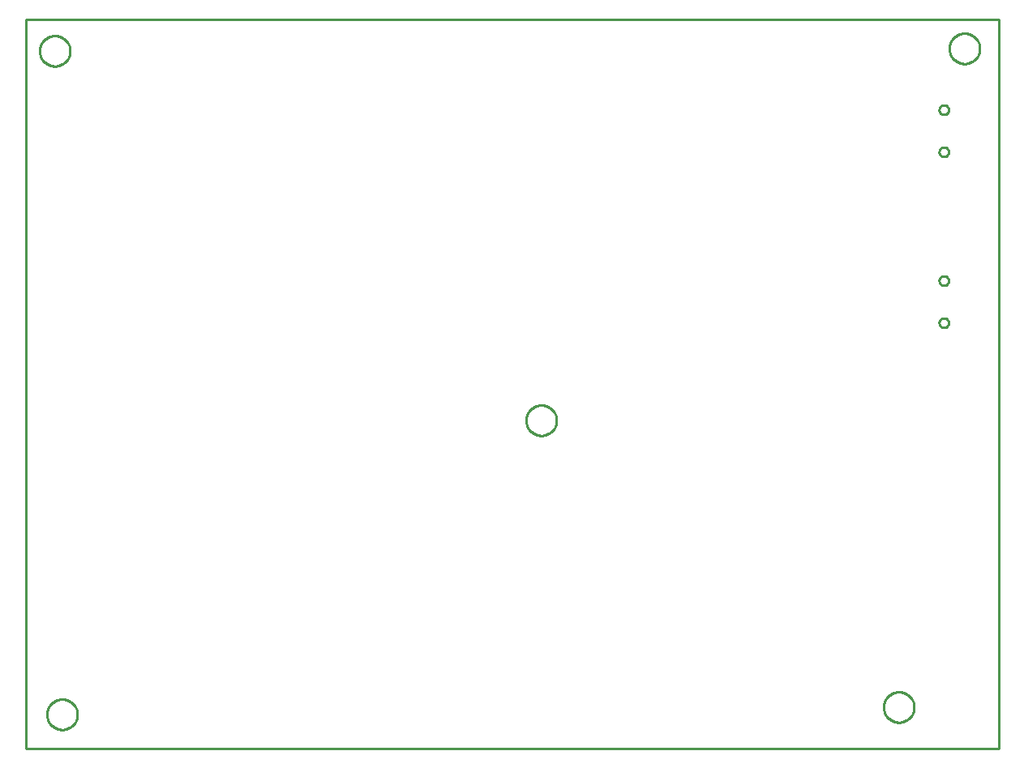
<source format=gbr>
G04 EAGLE Gerber RS-274X export*
G75*
%MOMM*%
%FSLAX34Y34*%
%LPD*%
%IN*%
%IPPOS*%
%AMOC8*
5,1,8,0,0,1.08239X$1,22.5*%
G01*
%ADD10C,0.254000*%


D10*
X0Y0D02*
X1016000Y0D01*
X1016000Y762000D01*
X0Y762000D01*
X0Y0D01*
X46355Y728460D02*
X46287Y727423D01*
X46151Y726393D01*
X45949Y725373D01*
X45680Y724369D01*
X45345Y723385D01*
X44948Y722425D01*
X44488Y721493D01*
X43968Y720592D01*
X43391Y719728D01*
X42758Y718904D01*
X42073Y718122D01*
X41338Y717387D01*
X40556Y716702D01*
X39732Y716069D01*
X38868Y715492D01*
X37967Y714972D01*
X37035Y714512D01*
X36075Y714115D01*
X35091Y713780D01*
X34087Y713511D01*
X33067Y713309D01*
X32037Y713173D01*
X31000Y713105D01*
X29960Y713105D01*
X28923Y713173D01*
X27893Y713309D01*
X26873Y713511D01*
X25869Y713780D01*
X24885Y714115D01*
X23925Y714512D01*
X22993Y714972D01*
X22092Y715492D01*
X21228Y716069D01*
X20404Y716702D01*
X19622Y717387D01*
X18887Y718122D01*
X18202Y718904D01*
X17569Y719728D01*
X16992Y720592D01*
X16472Y721493D01*
X16012Y722425D01*
X15615Y723385D01*
X15280Y724369D01*
X15011Y725373D01*
X14809Y726393D01*
X14673Y727423D01*
X14605Y728460D01*
X14605Y729500D01*
X14673Y730537D01*
X14809Y731567D01*
X15011Y732587D01*
X15280Y733591D01*
X15615Y734575D01*
X16012Y735535D01*
X16472Y736467D01*
X16992Y737368D01*
X17569Y738232D01*
X18202Y739056D01*
X18887Y739838D01*
X19622Y740573D01*
X20404Y741258D01*
X21228Y741891D01*
X22092Y742468D01*
X22993Y742988D01*
X23925Y743448D01*
X24885Y743845D01*
X25869Y744180D01*
X26873Y744449D01*
X27893Y744651D01*
X28923Y744787D01*
X29960Y744855D01*
X31000Y744855D01*
X32037Y744787D01*
X33067Y744651D01*
X34087Y744449D01*
X35091Y744180D01*
X36075Y743845D01*
X37035Y743448D01*
X37967Y742988D01*
X38868Y742468D01*
X39732Y741891D01*
X40556Y741258D01*
X41338Y740573D01*
X42073Y739838D01*
X42758Y739056D01*
X43391Y738232D01*
X43968Y737368D01*
X44488Y736467D01*
X44948Y735535D01*
X45345Y734575D01*
X45680Y733591D01*
X45949Y732587D01*
X46151Y731567D01*
X46287Y730537D01*
X46355Y729500D01*
X46355Y728460D01*
X53975Y35040D02*
X53907Y34003D01*
X53771Y32973D01*
X53569Y31953D01*
X53300Y30949D01*
X52965Y29965D01*
X52568Y29005D01*
X52108Y28073D01*
X51588Y27172D01*
X51011Y26308D01*
X50378Y25484D01*
X49693Y24702D01*
X48958Y23967D01*
X48176Y23282D01*
X47352Y22649D01*
X46488Y22072D01*
X45587Y21552D01*
X44655Y21092D01*
X43695Y20695D01*
X42711Y20360D01*
X41707Y20091D01*
X40687Y19889D01*
X39657Y19753D01*
X38620Y19685D01*
X37580Y19685D01*
X36543Y19753D01*
X35513Y19889D01*
X34493Y20091D01*
X33489Y20360D01*
X32505Y20695D01*
X31545Y21092D01*
X30613Y21552D01*
X29712Y22072D01*
X28848Y22649D01*
X28024Y23282D01*
X27242Y23967D01*
X26507Y24702D01*
X25822Y25484D01*
X25189Y26308D01*
X24612Y27172D01*
X24092Y28073D01*
X23632Y29005D01*
X23235Y29965D01*
X22900Y30949D01*
X22631Y31953D01*
X22429Y32973D01*
X22293Y34003D01*
X22225Y35040D01*
X22225Y36080D01*
X22293Y37117D01*
X22429Y38147D01*
X22631Y39167D01*
X22900Y40171D01*
X23235Y41155D01*
X23632Y42115D01*
X24092Y43047D01*
X24612Y43948D01*
X25189Y44812D01*
X25822Y45636D01*
X26507Y46418D01*
X27242Y47153D01*
X28024Y47838D01*
X28848Y48471D01*
X29712Y49048D01*
X30613Y49568D01*
X31545Y50028D01*
X32505Y50425D01*
X33489Y50760D01*
X34493Y51029D01*
X35513Y51231D01*
X36543Y51367D01*
X37580Y51435D01*
X38620Y51435D01*
X39657Y51367D01*
X40687Y51231D01*
X41707Y51029D01*
X42711Y50760D01*
X43695Y50425D01*
X44655Y50028D01*
X45587Y49568D01*
X46488Y49048D01*
X47352Y48471D01*
X48176Y47838D01*
X48958Y47153D01*
X49693Y46418D01*
X50378Y45636D01*
X51011Y44812D01*
X51588Y43948D01*
X52108Y43047D01*
X52568Y42115D01*
X52965Y41155D01*
X53300Y40171D01*
X53569Y39167D01*
X53771Y38147D01*
X53907Y37117D01*
X53975Y36080D01*
X53975Y35040D01*
X927735Y42660D02*
X927667Y41623D01*
X927531Y40593D01*
X927329Y39573D01*
X927060Y38569D01*
X926725Y37585D01*
X926328Y36625D01*
X925868Y35693D01*
X925348Y34792D01*
X924771Y33928D01*
X924138Y33104D01*
X923453Y32322D01*
X922718Y31587D01*
X921936Y30902D01*
X921112Y30269D01*
X920248Y29692D01*
X919347Y29172D01*
X918415Y28712D01*
X917455Y28315D01*
X916471Y27980D01*
X915467Y27711D01*
X914447Y27509D01*
X913417Y27373D01*
X912380Y27305D01*
X911340Y27305D01*
X910303Y27373D01*
X909273Y27509D01*
X908253Y27711D01*
X907249Y27980D01*
X906265Y28315D01*
X905305Y28712D01*
X904373Y29172D01*
X903472Y29692D01*
X902608Y30269D01*
X901784Y30902D01*
X901002Y31587D01*
X900267Y32322D01*
X899582Y33104D01*
X898949Y33928D01*
X898372Y34792D01*
X897852Y35693D01*
X897392Y36625D01*
X896995Y37585D01*
X896660Y38569D01*
X896391Y39573D01*
X896189Y40593D01*
X896053Y41623D01*
X895985Y42660D01*
X895985Y43700D01*
X896053Y44737D01*
X896189Y45767D01*
X896391Y46787D01*
X896660Y47791D01*
X896995Y48775D01*
X897392Y49735D01*
X897852Y50667D01*
X898372Y51568D01*
X898949Y52432D01*
X899582Y53256D01*
X900267Y54038D01*
X901002Y54773D01*
X901784Y55458D01*
X902608Y56091D01*
X903472Y56668D01*
X904373Y57188D01*
X905305Y57648D01*
X906265Y58045D01*
X907249Y58380D01*
X908253Y58649D01*
X909273Y58851D01*
X910303Y58987D01*
X911340Y59055D01*
X912380Y59055D01*
X913417Y58987D01*
X914447Y58851D01*
X915467Y58649D01*
X916471Y58380D01*
X917455Y58045D01*
X918415Y57648D01*
X919347Y57188D01*
X920248Y56668D01*
X921112Y56091D01*
X921936Y55458D01*
X922718Y54773D01*
X923453Y54038D01*
X924138Y53256D01*
X924771Y52432D01*
X925348Y51568D01*
X925868Y50667D01*
X926328Y49735D01*
X926725Y48775D01*
X927060Y47791D01*
X927329Y46787D01*
X927531Y45767D01*
X927667Y44737D01*
X927735Y43700D01*
X927735Y42660D01*
X996315Y731000D02*
X996247Y729963D01*
X996111Y728933D01*
X995909Y727913D01*
X995640Y726909D01*
X995305Y725925D01*
X994908Y724965D01*
X994448Y724033D01*
X993928Y723132D01*
X993351Y722268D01*
X992718Y721444D01*
X992033Y720662D01*
X991298Y719927D01*
X990516Y719242D01*
X989692Y718609D01*
X988828Y718032D01*
X987927Y717512D01*
X986995Y717052D01*
X986035Y716655D01*
X985051Y716320D01*
X984047Y716051D01*
X983027Y715849D01*
X981997Y715713D01*
X980960Y715645D01*
X979920Y715645D01*
X978883Y715713D01*
X977853Y715849D01*
X976833Y716051D01*
X975829Y716320D01*
X974845Y716655D01*
X973885Y717052D01*
X972953Y717512D01*
X972052Y718032D01*
X971188Y718609D01*
X970364Y719242D01*
X969582Y719927D01*
X968847Y720662D01*
X968162Y721444D01*
X967529Y722268D01*
X966952Y723132D01*
X966432Y724033D01*
X965972Y724965D01*
X965575Y725925D01*
X965240Y726909D01*
X964971Y727913D01*
X964769Y728933D01*
X964633Y729963D01*
X964565Y731000D01*
X964565Y732040D01*
X964633Y733077D01*
X964769Y734107D01*
X964971Y735127D01*
X965240Y736131D01*
X965575Y737115D01*
X965972Y738075D01*
X966432Y739007D01*
X966952Y739908D01*
X967529Y740772D01*
X968162Y741596D01*
X968847Y742378D01*
X969582Y743113D01*
X970364Y743798D01*
X971188Y744431D01*
X972052Y745008D01*
X972953Y745528D01*
X973885Y745988D01*
X974845Y746385D01*
X975829Y746720D01*
X976833Y746989D01*
X977853Y747191D01*
X978883Y747327D01*
X979920Y747395D01*
X980960Y747395D01*
X981997Y747327D01*
X983027Y747191D01*
X984047Y746989D01*
X985051Y746720D01*
X986035Y746385D01*
X986995Y745988D01*
X987927Y745528D01*
X988828Y745008D01*
X989692Y744431D01*
X990516Y743798D01*
X991298Y743113D01*
X992033Y742378D01*
X992718Y741596D01*
X993351Y740772D01*
X993928Y739908D01*
X994448Y739007D01*
X994908Y738075D01*
X995305Y737115D01*
X995640Y736131D01*
X995909Y735127D01*
X996111Y734107D01*
X996247Y733077D01*
X996315Y732040D01*
X996315Y731000D01*
X554355Y342380D02*
X554287Y341343D01*
X554151Y340313D01*
X553949Y339293D01*
X553680Y338289D01*
X553345Y337305D01*
X552948Y336345D01*
X552488Y335413D01*
X551968Y334512D01*
X551391Y333648D01*
X550758Y332824D01*
X550073Y332042D01*
X549338Y331307D01*
X548556Y330622D01*
X547732Y329989D01*
X546868Y329412D01*
X545967Y328892D01*
X545035Y328432D01*
X544075Y328035D01*
X543091Y327700D01*
X542087Y327431D01*
X541067Y327229D01*
X540037Y327093D01*
X539000Y327025D01*
X537960Y327025D01*
X536923Y327093D01*
X535893Y327229D01*
X534873Y327431D01*
X533869Y327700D01*
X532885Y328035D01*
X531925Y328432D01*
X530993Y328892D01*
X530092Y329412D01*
X529228Y329989D01*
X528404Y330622D01*
X527622Y331307D01*
X526887Y332042D01*
X526202Y332824D01*
X525569Y333648D01*
X524992Y334512D01*
X524472Y335413D01*
X524012Y336345D01*
X523615Y337305D01*
X523280Y338289D01*
X523011Y339293D01*
X522809Y340313D01*
X522673Y341343D01*
X522605Y342380D01*
X522605Y343420D01*
X522673Y344457D01*
X522809Y345487D01*
X523011Y346507D01*
X523280Y347511D01*
X523615Y348495D01*
X524012Y349455D01*
X524472Y350387D01*
X524992Y351288D01*
X525569Y352152D01*
X526202Y352976D01*
X526887Y353758D01*
X527622Y354493D01*
X528404Y355178D01*
X529228Y355811D01*
X530092Y356388D01*
X530993Y356908D01*
X531925Y357368D01*
X532885Y357765D01*
X533869Y358100D01*
X534873Y358369D01*
X535893Y358571D01*
X536923Y358707D01*
X537960Y358775D01*
X539000Y358775D01*
X540037Y358707D01*
X541067Y358571D01*
X542087Y358369D01*
X543091Y358100D01*
X544075Y357765D01*
X545035Y357368D01*
X545967Y356908D01*
X546868Y356388D01*
X547732Y355811D01*
X548556Y355178D01*
X549338Y354493D01*
X550073Y353758D01*
X550758Y352976D01*
X551391Y352152D01*
X551968Y351288D01*
X552488Y350387D01*
X552948Y349455D01*
X553345Y348495D01*
X553680Y347511D01*
X553949Y346507D01*
X554151Y345487D01*
X554287Y344457D01*
X554355Y343420D01*
X554355Y342380D01*
X959281Y449900D02*
X959839Y449837D01*
X960386Y449712D01*
X960916Y449527D01*
X961422Y449283D01*
X961898Y448984D01*
X962337Y448634D01*
X962734Y448237D01*
X963084Y447798D01*
X963383Y447322D01*
X963627Y446816D01*
X963812Y446286D01*
X963937Y445739D01*
X964000Y445181D01*
X964000Y444619D01*
X963937Y444061D01*
X963812Y443514D01*
X963627Y442984D01*
X963383Y442478D01*
X963084Y442002D01*
X962734Y441563D01*
X962337Y441166D01*
X961898Y440816D01*
X961422Y440517D01*
X960916Y440273D01*
X960386Y440088D01*
X959839Y439963D01*
X959281Y439900D01*
X958719Y439900D01*
X958161Y439963D01*
X957614Y440088D01*
X957084Y440273D01*
X956578Y440517D01*
X956102Y440816D01*
X955663Y441166D01*
X955266Y441563D01*
X954916Y442002D01*
X954617Y442478D01*
X954373Y442984D01*
X954188Y443514D01*
X954063Y444061D01*
X954000Y444619D01*
X954000Y445181D01*
X954063Y445739D01*
X954188Y446286D01*
X954373Y446816D01*
X954617Y447322D01*
X954916Y447798D01*
X955266Y448237D01*
X955663Y448634D01*
X956102Y448984D01*
X956578Y449283D01*
X957084Y449527D01*
X957614Y449712D01*
X958161Y449837D01*
X958719Y449900D01*
X959281Y449900D01*
X959281Y493900D02*
X959839Y493837D01*
X960386Y493712D01*
X960916Y493527D01*
X961422Y493283D01*
X961898Y492984D01*
X962337Y492634D01*
X962734Y492237D01*
X963084Y491798D01*
X963383Y491322D01*
X963627Y490816D01*
X963812Y490286D01*
X963937Y489739D01*
X964000Y489181D01*
X964000Y488619D01*
X963937Y488061D01*
X963812Y487514D01*
X963627Y486984D01*
X963383Y486478D01*
X963084Y486002D01*
X962734Y485563D01*
X962337Y485166D01*
X961898Y484816D01*
X961422Y484517D01*
X960916Y484273D01*
X960386Y484088D01*
X959839Y483963D01*
X959281Y483900D01*
X958719Y483900D01*
X958161Y483963D01*
X957614Y484088D01*
X957084Y484273D01*
X956578Y484517D01*
X956102Y484816D01*
X955663Y485166D01*
X955266Y485563D01*
X954916Y486002D01*
X954617Y486478D01*
X954373Y486984D01*
X954188Y487514D01*
X954063Y488061D01*
X954000Y488619D01*
X954000Y489181D01*
X954063Y489739D01*
X954188Y490286D01*
X954373Y490816D01*
X954617Y491322D01*
X954916Y491798D01*
X955266Y492237D01*
X955663Y492634D01*
X956102Y492984D01*
X956578Y493283D01*
X957084Y493527D01*
X957614Y493712D01*
X958161Y493837D01*
X958719Y493900D01*
X959281Y493900D01*
X959281Y628460D02*
X959839Y628397D01*
X960386Y628272D01*
X960916Y628087D01*
X961422Y627843D01*
X961898Y627544D01*
X962337Y627194D01*
X962734Y626797D01*
X963084Y626358D01*
X963383Y625882D01*
X963627Y625376D01*
X963812Y624846D01*
X963937Y624299D01*
X964000Y623741D01*
X964000Y623179D01*
X963937Y622621D01*
X963812Y622074D01*
X963627Y621544D01*
X963383Y621038D01*
X963084Y620562D01*
X962734Y620123D01*
X962337Y619726D01*
X961898Y619376D01*
X961422Y619077D01*
X960916Y618833D01*
X960386Y618648D01*
X959839Y618523D01*
X959281Y618460D01*
X958719Y618460D01*
X958161Y618523D01*
X957614Y618648D01*
X957084Y618833D01*
X956578Y619077D01*
X956102Y619376D01*
X955663Y619726D01*
X955266Y620123D01*
X954916Y620562D01*
X954617Y621038D01*
X954373Y621544D01*
X954188Y622074D01*
X954063Y622621D01*
X954000Y623179D01*
X954000Y623741D01*
X954063Y624299D01*
X954188Y624846D01*
X954373Y625376D01*
X954617Y625882D01*
X954916Y626358D01*
X955266Y626797D01*
X955663Y627194D01*
X956102Y627544D01*
X956578Y627843D01*
X957084Y628087D01*
X957614Y628272D01*
X958161Y628397D01*
X958719Y628460D01*
X959281Y628460D01*
X959281Y672460D02*
X959839Y672397D01*
X960386Y672272D01*
X960916Y672087D01*
X961422Y671843D01*
X961898Y671544D01*
X962337Y671194D01*
X962734Y670797D01*
X963084Y670358D01*
X963383Y669882D01*
X963627Y669376D01*
X963812Y668846D01*
X963937Y668299D01*
X964000Y667741D01*
X964000Y667179D01*
X963937Y666621D01*
X963812Y666074D01*
X963627Y665544D01*
X963383Y665038D01*
X963084Y664562D01*
X962734Y664123D01*
X962337Y663726D01*
X961898Y663376D01*
X961422Y663077D01*
X960916Y662833D01*
X960386Y662648D01*
X959839Y662523D01*
X959281Y662460D01*
X958719Y662460D01*
X958161Y662523D01*
X957614Y662648D01*
X957084Y662833D01*
X956578Y663077D01*
X956102Y663376D01*
X955663Y663726D01*
X955266Y664123D01*
X954916Y664562D01*
X954617Y665038D01*
X954373Y665544D01*
X954188Y666074D01*
X954063Y666621D01*
X954000Y667179D01*
X954000Y667741D01*
X954063Y668299D01*
X954188Y668846D01*
X954373Y669376D01*
X954617Y669882D01*
X954916Y670358D01*
X955266Y670797D01*
X955663Y671194D01*
X956102Y671544D01*
X956578Y671843D01*
X957084Y672087D01*
X957614Y672272D01*
X958161Y672397D01*
X958719Y672460D01*
X959281Y672460D01*
M02*

</source>
